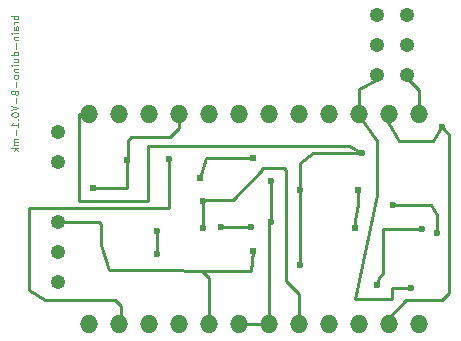
<source format=gbl>
G04 (created by PCBNEW (2013-jul-07)-stable) date Mon 28 Dec 2015 12:48:25 PM PST*
%MOIN*%
G04 Gerber Fmt 3.4, Leading zero omitted, Abs format*
%FSLAX34Y34*%
G01*
G70*
G90*
G04 APERTURE LIST*
%ADD10C,0.00393701*%
%ADD11C,0.0019*%
%ADD12O,0.048X0.048*%
%ADD13O,0.06X0.06*%
%ADD14C,0.0236*%
%ADD15C,0.024*%
%ADD16C,0.01*%
G04 APERTURE END LIST*
G54D10*
G54D11*
X51453Y-35535D02*
X51213Y-35535D01*
X51304Y-35535D02*
X51293Y-35558D01*
X51293Y-35604D01*
X51304Y-35627D01*
X51316Y-35638D01*
X51338Y-35650D01*
X51407Y-35650D01*
X51430Y-35638D01*
X51441Y-35627D01*
X51453Y-35604D01*
X51453Y-35558D01*
X51441Y-35535D01*
X51453Y-35753D02*
X51293Y-35753D01*
X51338Y-35753D02*
X51316Y-35764D01*
X51304Y-35775D01*
X51293Y-35798D01*
X51293Y-35821D01*
X51453Y-36004D02*
X51327Y-36004D01*
X51304Y-35993D01*
X51293Y-35970D01*
X51293Y-35924D01*
X51304Y-35901D01*
X51441Y-36004D02*
X51453Y-35981D01*
X51453Y-35924D01*
X51441Y-35901D01*
X51418Y-35890D01*
X51396Y-35890D01*
X51373Y-35901D01*
X51361Y-35924D01*
X51361Y-35981D01*
X51350Y-36004D01*
X51453Y-36118D02*
X51293Y-36118D01*
X51213Y-36118D02*
X51224Y-36107D01*
X51236Y-36118D01*
X51224Y-36130D01*
X51213Y-36118D01*
X51236Y-36118D01*
X51293Y-36233D02*
X51453Y-36233D01*
X51316Y-36233D02*
X51304Y-36244D01*
X51293Y-36267D01*
X51293Y-36301D01*
X51304Y-36324D01*
X51327Y-36335D01*
X51453Y-36335D01*
X51361Y-36450D02*
X51361Y-36633D01*
X51453Y-36850D02*
X51213Y-36850D01*
X51441Y-36850D02*
X51453Y-36827D01*
X51453Y-36781D01*
X51441Y-36758D01*
X51430Y-36747D01*
X51407Y-36735D01*
X51338Y-36735D01*
X51316Y-36747D01*
X51304Y-36758D01*
X51293Y-36781D01*
X51293Y-36827D01*
X51304Y-36850D01*
X51293Y-37067D02*
X51453Y-37067D01*
X51293Y-36964D02*
X51418Y-36964D01*
X51441Y-36975D01*
X51453Y-36998D01*
X51453Y-37033D01*
X51441Y-37055D01*
X51430Y-37067D01*
X51453Y-37181D02*
X51293Y-37181D01*
X51213Y-37181D02*
X51224Y-37170D01*
X51236Y-37181D01*
X51224Y-37193D01*
X51213Y-37181D01*
X51236Y-37181D01*
X51293Y-37296D02*
X51453Y-37296D01*
X51316Y-37296D02*
X51304Y-37307D01*
X51293Y-37330D01*
X51293Y-37364D01*
X51304Y-37387D01*
X51327Y-37398D01*
X51453Y-37398D01*
X51453Y-37547D02*
X51441Y-37524D01*
X51430Y-37513D01*
X51407Y-37501D01*
X51338Y-37501D01*
X51316Y-37513D01*
X51304Y-37524D01*
X51293Y-37547D01*
X51293Y-37581D01*
X51304Y-37604D01*
X51316Y-37616D01*
X51338Y-37627D01*
X51407Y-37627D01*
X51430Y-37616D01*
X51441Y-37604D01*
X51453Y-37581D01*
X51453Y-37547D01*
X51361Y-37730D02*
X51361Y-37913D01*
X51327Y-38107D02*
X51338Y-38141D01*
X51350Y-38153D01*
X51373Y-38164D01*
X51407Y-38164D01*
X51430Y-38153D01*
X51441Y-38141D01*
X51453Y-38118D01*
X51453Y-38027D01*
X51213Y-38027D01*
X51213Y-38107D01*
X51224Y-38130D01*
X51236Y-38141D01*
X51258Y-38153D01*
X51281Y-38153D01*
X51304Y-38141D01*
X51316Y-38130D01*
X51327Y-38107D01*
X51327Y-38027D01*
X51361Y-38267D02*
X51361Y-38450D01*
X51213Y-38530D02*
X51453Y-38610D01*
X51213Y-38690D01*
X51213Y-38816D02*
X51213Y-38838D01*
X51224Y-38861D01*
X51236Y-38873D01*
X51258Y-38884D01*
X51304Y-38896D01*
X51361Y-38896D01*
X51407Y-38884D01*
X51430Y-38873D01*
X51441Y-38861D01*
X51453Y-38838D01*
X51453Y-38816D01*
X51441Y-38793D01*
X51430Y-38781D01*
X51407Y-38770D01*
X51361Y-38758D01*
X51304Y-38758D01*
X51258Y-38770D01*
X51236Y-38781D01*
X51224Y-38793D01*
X51213Y-38816D01*
X51430Y-38998D02*
X51441Y-39010D01*
X51453Y-38998D01*
X51441Y-38987D01*
X51430Y-38998D01*
X51453Y-38998D01*
X51453Y-39238D02*
X51453Y-39101D01*
X51453Y-39170D02*
X51213Y-39170D01*
X51247Y-39147D01*
X51270Y-39124D01*
X51281Y-39101D01*
X51361Y-39341D02*
X51361Y-39524D01*
X51453Y-39638D02*
X51293Y-39638D01*
X51316Y-39638D02*
X51304Y-39650D01*
X51293Y-39673D01*
X51293Y-39707D01*
X51304Y-39730D01*
X51327Y-39741D01*
X51453Y-39741D01*
X51327Y-39741D02*
X51304Y-39753D01*
X51293Y-39776D01*
X51293Y-39810D01*
X51304Y-39833D01*
X51327Y-39844D01*
X51453Y-39844D01*
X51453Y-39958D02*
X51213Y-39958D01*
X51361Y-39981D02*
X51453Y-40050D01*
X51293Y-40050D02*
X51384Y-39958D01*
G54D12*
X52760Y-39407D03*
X52760Y-40407D03*
X52760Y-42407D03*
X52760Y-43407D03*
X52760Y-44407D03*
G54D13*
X53807Y-38796D03*
X54807Y-38796D03*
X55807Y-38796D03*
X56807Y-38796D03*
X57807Y-38796D03*
X58807Y-38796D03*
X59807Y-38796D03*
X60807Y-38796D03*
X61807Y-38796D03*
X62807Y-38796D03*
X63807Y-38796D03*
X64807Y-38796D03*
X53807Y-45804D03*
X54807Y-45804D03*
X55807Y-45804D03*
X56807Y-45804D03*
X57807Y-45804D03*
X58807Y-45804D03*
X59807Y-45804D03*
X60807Y-45804D03*
X61807Y-45804D03*
X62807Y-45804D03*
X63807Y-45804D03*
X64807Y-45804D03*
G54D12*
X64414Y-36513D03*
X64414Y-37513D03*
X64414Y-35513D03*
X63414Y-35513D03*
X63414Y-36513D03*
X63414Y-37513D03*
G54D14*
X59858Y-42418D03*
X59858Y-41041D03*
X65567Y-39229D03*
X63402Y-44505D03*
X64898Y-42655D03*
X63953Y-41828D03*
X65410Y-42773D03*
X56473Y-40292D03*
X58205Y-42576D03*
X59189Y-42576D03*
G54D15*
X59283Y-40275D03*
X57488Y-40956D03*
G54D14*
X64544Y-44623D03*
G54D15*
X62659Y-42620D03*
X62768Y-41343D03*
G54D14*
X56079Y-42694D03*
X56079Y-43481D03*
X57614Y-41710D03*
X57614Y-42615D03*
G54D15*
X59267Y-43360D03*
G54D14*
X62890Y-40096D03*
X60843Y-41355D03*
X60843Y-43836D03*
G54D15*
X55076Y-40342D03*
X53925Y-41272D03*
G54D16*
X59858Y-41041D02*
X59858Y-42418D01*
X65282Y-39689D02*
X65282Y-39712D01*
X65282Y-39712D02*
X65173Y-39702D01*
X63756Y-38848D02*
X63807Y-38796D01*
X65282Y-39712D02*
X65479Y-39377D01*
X65479Y-39377D02*
X65567Y-39229D01*
X63756Y-38848D02*
X63756Y-39072D01*
X63756Y-39072D02*
X64150Y-39702D01*
X64150Y-39702D02*
X65173Y-39702D01*
X59807Y-45804D02*
X58807Y-45804D01*
X59807Y-45804D02*
X59807Y-42470D01*
X59807Y-42470D02*
X59858Y-42418D01*
X63807Y-45804D02*
X63807Y-45596D01*
X63807Y-45596D02*
X64386Y-45017D01*
X64386Y-45017D02*
X65567Y-45017D01*
X65567Y-45017D02*
X65803Y-44781D01*
X65803Y-44781D02*
X65803Y-39505D01*
X65803Y-39505D02*
X65646Y-39308D01*
X65646Y-39308D02*
X65567Y-39229D01*
X64898Y-42655D02*
X63599Y-42655D01*
X63599Y-42655D02*
X63599Y-44111D01*
X63599Y-44111D02*
X63481Y-44269D01*
X63481Y-44269D02*
X63402Y-44505D01*
X63953Y-41828D02*
X65213Y-41828D01*
X65213Y-41828D02*
X65410Y-42182D01*
X65410Y-42182D02*
X65410Y-42773D01*
X54662Y-45017D02*
X52339Y-45017D01*
X52339Y-45017D02*
X51788Y-44663D01*
X51788Y-44663D02*
X51788Y-41946D01*
X51788Y-41946D02*
X56473Y-41946D01*
X56473Y-41946D02*
X56473Y-40292D01*
X54662Y-45017D02*
X54858Y-45214D01*
X54858Y-45214D02*
X54858Y-45753D01*
X54858Y-45753D02*
X54807Y-45804D01*
X59189Y-42576D02*
X58205Y-42576D01*
X57696Y-40275D02*
X59283Y-40275D01*
X57488Y-40956D02*
X57696Y-40275D01*
X64414Y-37513D02*
X64414Y-37603D01*
X64414Y-37603D02*
X64819Y-38009D01*
X64819Y-38009D02*
X64819Y-38785D01*
X64819Y-38785D02*
X64807Y-38796D01*
X63414Y-37513D02*
X63425Y-37631D01*
X63425Y-37631D02*
X62811Y-37970D01*
X62811Y-37970D02*
X62811Y-38714D01*
X62811Y-38714D02*
X62807Y-38796D01*
X62772Y-38796D02*
X63402Y-39702D01*
X63402Y-39702D02*
X63402Y-41513D01*
X63402Y-41513D02*
X62654Y-44978D01*
X62654Y-44978D02*
X63914Y-44978D01*
X63914Y-44978D02*
X63914Y-44623D01*
X63914Y-44623D02*
X64544Y-44623D01*
X62738Y-42004D02*
X62659Y-42344D01*
X62659Y-42344D02*
X62659Y-42620D01*
X62768Y-41343D02*
X62768Y-41798D01*
X62768Y-41798D02*
X62738Y-42004D01*
X56079Y-42694D02*
X56079Y-43481D01*
X57614Y-42615D02*
X57614Y-41710D01*
X60807Y-45804D02*
X60807Y-44824D01*
X60807Y-44824D02*
X60370Y-44387D01*
X60370Y-44387D02*
X60370Y-40726D01*
X60370Y-40726D02*
X60331Y-40607D01*
X60331Y-40607D02*
X59583Y-40607D01*
X59583Y-40607D02*
X59583Y-40686D01*
X59583Y-40686D02*
X58599Y-41670D01*
X58599Y-41670D02*
X57654Y-41670D01*
X57654Y-41670D02*
X57614Y-41710D01*
X52771Y-42389D02*
X52760Y-42407D01*
X59204Y-44029D02*
X59267Y-43360D01*
X56334Y-44025D02*
X57575Y-44027D01*
X57575Y-44027D02*
X59204Y-44029D01*
X54468Y-44025D02*
X56334Y-44025D01*
X54213Y-43180D02*
X54468Y-44025D01*
X54213Y-42482D02*
X54213Y-43180D01*
X54137Y-42401D02*
X54213Y-42482D01*
X54137Y-42401D02*
X52760Y-42407D01*
X57807Y-45804D02*
X57807Y-44259D01*
X57807Y-44259D02*
X57575Y-44027D01*
X62890Y-40096D02*
X62457Y-39859D01*
X62457Y-39859D02*
X55764Y-39859D01*
X55764Y-39859D02*
X55764Y-41710D01*
X55764Y-41710D02*
X53481Y-41710D01*
X53481Y-41710D02*
X53481Y-38808D01*
X53481Y-38808D02*
X53796Y-38808D01*
X53796Y-38808D02*
X53807Y-38796D01*
X60843Y-41355D02*
X60843Y-43836D01*
X62890Y-40096D02*
X61276Y-40096D01*
X61276Y-40096D02*
X60843Y-40450D01*
X60843Y-40450D02*
X60843Y-41355D01*
X55076Y-41262D02*
X55076Y-40342D01*
X53925Y-41272D02*
X55076Y-41262D01*
X56807Y-38796D02*
X56807Y-39289D01*
X56807Y-39289D02*
X56512Y-39584D01*
X56512Y-39584D02*
X55213Y-39584D01*
X55213Y-39584D02*
X55095Y-39702D01*
X55095Y-39702D02*
X55095Y-40324D01*
X55095Y-40324D02*
X55076Y-40342D01*
M02*

</source>
